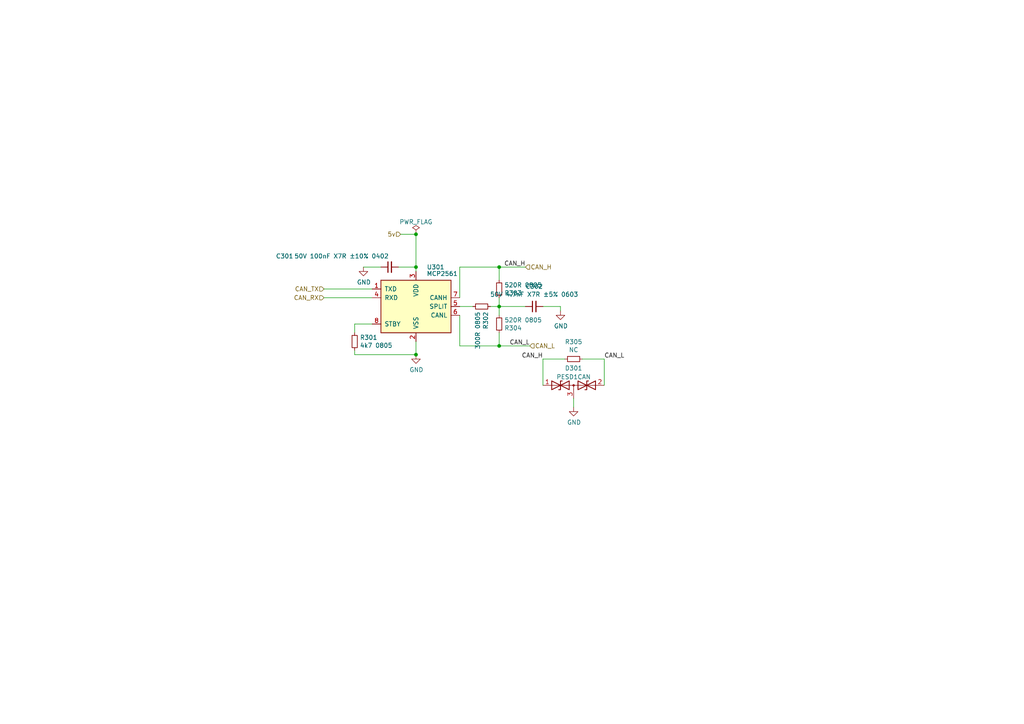
<source format=kicad_sch>
(kicad_sch (version 20250114) (generator "eeschema") (generator_version "9.0")
  (paper "A4")
  (lib_symbols
    (symbol "Device:C_Small" (pin_numbers (hide yes)) (pin_names (offset 0.254) (hide yes))
      (property "Reference" "C" (at 0.254 1.778 0))
      (property "Value" "C_Small" (at 0.254 -2.032 0))
      (symbol "C_Small_0_1"
        (polyline (pts (xy -1.524 0.508) (xy 1.524 0.508)) (stroke (width 0.3048)))
        (polyline (pts (xy -1.524 -0.508) (xy 1.524 -0.508)) (stroke (width 0.3302)))
      )
      (symbol "C_Small_1_1"
        (pin passive line (at 0 2.54 270) (length 2.032) (name "~") (number "1"))
        (pin passive line (at 0 -2.54 90) (length 2.032) (name "~") (number "2"))
      )
    )
    (symbol "Device:D_TVS_Dual_AAC" (pin_names (offset 1.016) (hide yes))
      (property "Reference" "D" (at 0 4.445 0))
      (property "Value" "D_TVS_Dual_AAC" (at 0 2.54 0))
      (symbol "D_TVS_Dual_AAC_0_0"
        (polyline (pts (xy 0 -1.27) (xy 0 0)))
      )
      (symbol "D_TVS_Dual_AAC_0_1"
        (polyline (pts (xy -6.35 1.27) (xy -1.27 -1.27) (xy -1.27 1.27) (xy -6.35 -1.27) (xy -6.35 1.27)) (stroke (width 0.254)))
        (polyline (pts (xy -6.35 0) (xy 6.35 0)))
        (polyline (pts (xy -3.302 1.27) (xy -3.81 1.27) (xy -3.81 -1.27) (xy -4.318 -1.27)) (stroke (width 0.254)))
        (circle (center 0 0) (radius 0.254) (fill (type outline)))
        (polyline (pts (xy 4.318 1.27) (xy 3.81 1.27) (xy 3.81 -1.27) (xy 3.302 -1.27)) (stroke (width 0.254)))
        (polyline (pts (xy 6.35 1.27) (xy 1.27 -1.27) (xy 1.27 1.27) (xy 6.35 -1.27) (xy 6.35 1.27)) (stroke (width 0.254)))
      )
      (symbol "D_TVS_Dual_AAC_1_1"
        (pin passive line (at -8.89 0 0) (length 2.54) (name "A1") (number "1"))
        (pin input line (at 0 -3.81 90) (length 2.54) (name "common") (number "3"))
        (pin passive line (at 8.89 0 180) (length 2.54) (name "A2") (number "2"))
      )
    )
    (symbol "Device:R_Small" (pin_numbers (hide yes)) (pin_names (offset 0.254) (hide yes))
      (property "Reference" "R" (at 0.762 0.508 0))
      (property "Value" "R_Small" (at 0.762 -1.016 0))
      (symbol "R_Small_0_1"
        (rectangle (start -0.762 1.778) (end 0.762 -1.778) (stroke (width 0.2032)))
      )
      (symbol "R_Small_1_1"
        (pin passive line (at 0 2.54 270) (length 0.762) (name "~") (number "1"))
        (pin passive line (at 0 -2.54 90) (length 0.762) (name "~") (number "2"))
      )
    )
    (symbol "Interface_CAN_LIN:MCP2561-E-SN" (pin_names (offset 1.016))
      (property "Reference" "U" (at -10.16 8.89 0))
      (property "Value" "MCP2561-E-SN" (at 2.54 8.89 0))
      (symbol "MCP2561-E-SN_0_1"
        (rectangle (start -10.16 7.62) (end 10.16 -7.62) (stroke (width 0.254)) (fill (type background)))
      )
      (symbol "MCP2561-E-SN_1_1"
        (pin input line (at -12.7 5.08 0) (length 2.54) (name "TXD") (number "1"))
        (pin output line (at -12.7 2.54 0) (length 2.54) (name "RXD") (number "4"))
        (pin input line (at -12.7 -5.08 0) (length 2.54) (name "STBY") (number "8"))
        (pin power_in line (at 0 10.16 270) (length 2.54) (name "VDD") (number "3"))
        (pin power_in line (at 0 -10.16 90) (length 2.54) (name "VSS") (number "2"))
        (pin bidirectional line (at 12.7 2.54 180) (length 2.54) (name "CANH") (number "7"))
        (pin passive line (at 12.7 0 180) (length 2.54) (name "SPLIT") (number "5"))
        (pin bidirectional line (at 12.7 -2.54 180) (length 2.54) (name "CANL") (number "6"))
      )
    )
    (symbol "power:GND" (power) (pin_names (offset 0))
      (property "Value" "GND" (at 0 -3.81 0))
      (symbol "GND_0_1"
        (polyline (pts (xy 0 0) (xy 0 -1.27) (xy 1.27 -1.27) (xy 0 -2.54) (xy -1.27 -1.27) (xy 0 -1.27)))
      )
      (symbol "GND_1_1"
        (pin power_in line (at 0 0 270) (length 0) (hide yes) (name "GND") (number "1"))
      )
    )
    (symbol "power:PWR_FLAG" (power) (pin_numbers (hide yes)) (pin_names (offset 0) (hide yes))
      (property "Value" "PWR_FLAG" (at 0 3.81 0))
      (symbol "PWR_FLAG_0_0"
        (pin power_out line (at 0 0 90) (length 0) (name "pwr") (number "1"))
      )
      (symbol "PWR_FLAG_0_1"
        (polyline (pts (xy 0 0) (xy 0 1.27) (xy -1.016 1.905) (xy 0 2.54) (xy 1.016 1.905) (xy 0 1.27)))
      )
    )
  )
  (junction (at 144.78 100.33))
  (junction (at 144.78 88.9))
  (junction (at 120.65 77.47))
  (junction (at 144.78 77.47))
  (junction (at 120.65 102.87))
  (junction (at 120.65 67.945))
  (wire (pts (xy 168.91 104.14) (xy 175.26 104.14)))
  (wire (pts (xy 133.35 77.47) (xy 133.35 86.36)))
  (wire (pts (xy 157.48 104.14) (xy 157.48 111.76)))
  (wire (pts (xy 162.56 88.9) (xy 157.48 88.9)))
  (wire (pts (xy 120.65 67.945) (xy 120.65 77.47)))
  (wire (pts (xy 102.87 101.6) (xy 102.87 102.87)))
  (wire (pts (xy 175.26 104.14) (xy 175.26 111.76)))
  (wire (pts (xy 163.83 104.14) (xy 157.48 104.14)))
  (wire (pts (xy 144.78 100.33) (xy 153.67 100.33)))
  (wire (pts (xy 144.78 91.44) (xy 144.78 88.9)))
  (wire (pts (xy 162.56 90.17) (xy 162.56 88.9)))
  (wire (pts (xy 144.78 88.9) (xy 144.78 86.36)))
  (wire (pts (xy 107.95 83.82) (xy 93.98 83.82)))
  (wire (pts (xy 152.4 88.9) (xy 144.78 88.9)))
  (wire (pts (xy 166.37 118.11) (xy 166.37 115.57)))
  (wire (pts (xy 133.35 77.47) (xy 144.78 77.47)))
  (wire (pts (xy 102.87 102.87) (xy 120.65 102.87)))
  (wire (pts (xy 116.205 67.945) (xy 120.65 67.945)))
  (wire (pts (xy 102.87 93.98) (xy 107.95 93.98)))
  (wire (pts (xy 120.65 102.87) (xy 120.65 99.06)))
  (wire (pts (xy 144.78 81.28) (xy 144.78 77.47)))
  (wire (pts (xy 105.41 77.47) (xy 110.49 77.47)))
  (wire (pts (xy 144.78 96.52) (xy 144.78 100.33)))
  (wire (pts (xy 144.78 77.47) (xy 152.4 77.47)))
  (wire (pts (xy 107.95 86.36) (xy 93.98 86.36)))
  (wire (pts (xy 120.65 77.47) (xy 120.65 78.74)))
  (wire (pts (xy 133.35 100.33) (xy 133.35 91.44)))
  (wire (pts (xy 137.16 88.9) (xy 133.35 88.9)))
  (wire (pts (xy 102.87 96.52) (xy 102.87 93.98)))
  (wire (pts (xy 142.24 88.9) (xy 144.78 88.9)))
  (wire (pts (xy 115.57 77.47) (xy 120.65 77.47)))
  (wire (pts (xy 133.35 100.33) (xy 144.78 100.33)))
  (label "CAN_H" (at 157.48 104.14 180))
  (label "CAN_L" (at 153.67 100.33 180))
  (label "CAN_H" (at 152.4 77.47 180))
  (label "CAN_L" (at 175.26 104.14 0))
  (hierarchical_label "CAN_RX" (shape input) (at 93.98 86.36 180))
  (hierarchical_label "CAN_TX" (shape input) (at 93.98 83.82 180))
  (hierarchical_label "CAN_L" (shape input) (at 153.67 100.33 0))
  (hierarchical_label "CAN_H" (shape input) (at 152.4 77.47 0))
  (hierarchical_label "5v" (shape input) (at 116.205 67.945 180))
  (symbol (lib_id "Device:D_TVS_Dual_AAC") (at 166.37 111.76 0) (unit 1)
    (property "Reference" "D301" (at 166.37 106.7902 0))
    (property "Value" "PESD1CAN" (at 166.37 109.3271 0))
    (property "Footprint" "Package_TO_SOT_SMD:SOT-23_Handsoldering" (effects (hide yes)))
  )
  (symbol (lib_id "Device:R_Small") (at 144.78 93.98 0) (mirror x) (unit 1)
    (property "Reference" "R304" (at 146.2786 95.1484 0) (effects (justify left)))
    (property "Value" "520R 0805" (at 146.2786 92.837 0) (effects (justify left)))
    (property "Footprint" "Resistor_SMD:R_0805_2012Metric_Pad1.20x1.40mm_HandSolder" (effects (hide yes)))
  )
  (symbol (lib_id "Device:C_Small") (at 154.94 88.9 90) (unit 1)
    (property "Reference" "C302" (at 154.94 83.0834 90))
    (property "Value" "50V 4.7nF X7R ±5% 0603" (at 154.94 85.3948 90))
    (property "Footprint" "Capacitor_SMD:C_0805_2012Metric_Pad1.18x1.45mm_HandSolder" (effects (hide yes)))
  )
  (symbol (lib_id "Interface_CAN_LIN:MCP2561-E-SN") (at 120.65 88.9 0) (unit 1)
    (property "Reference" "U301" (at 126.365 77.47 0))
    (property "Value" "MCP2561" (at 128.27 79.375 0))
    (property "Footprint" "Package_SO:SOIC-8_3.9x4.9mm_P1.27mm" (effects (hide yes)))
    (property "Datasheet" "http://ww1.microchip.com/downloads/en/DeviceDoc/25167A.pdf" (effects (hide yes)))
  )
  (symbol (lib_id "Device:R_Small") (at 144.78 83.82 0) (mirror x) (unit 1)
    (property "Reference" "R303" (at 146.2786 84.9884 0) (effects (justify left)))
    (property "Value" "520R 0805" (at 146.2786 82.677 0) (effects (justify left)))
    (property "Footprint" "Resistor_SMD:R_0805_2012Metric_Pad1.20x1.40mm_HandSolder" (effects (hide yes)))
  )
  (symbol (lib_id "power:GND") (at 162.56 90.17 0) (unit 1)
    (property "Reference" "#PWR0303" (effects (hide yes)))
    (property "Value" "GND" (at 162.687 94.5642 0))
  )
  (symbol (lib_id "power:PWR_FLAG") (at 120.65 67.945 0) (unit 1)
    (property "Reference" "#FLG0301" (effects (hide yes)))
    (property "Value" "PWR_FLAG" (at 120.65 64.3692 0))
  )
  (symbol (lib_id "Device:C_Small") (at 113.03 77.47 90) (unit 1)
    (property "Reference" "C301" (at 82.55 74.295 90))
    (property "Value" "50V 100nF X7R ±10% 0402" (at 99.06 74.295 90))
    (property "Footprint" "Capacitor_SMD:C_0805_2012Metric_Pad1.18x1.45mm_HandSolder" (effects (hide yes)))
    (property "Datasheet" "https://lcsc.com/product-detail/Multilayer-Ceramic-Capacitors-MLCC-SMD-SMT_Murata-Electronics-GRM155R71H104KE14D_C77020.html" (effects (hide yes)))
  )
  (symbol (lib_id "Device:R_Small") (at 102.87 99.06 0) (unit 1)
    (property "Reference" "R301" (at 104.3686 97.8916 0) (effects (justify left)))
    (property "Value" "4k7 0805" (at 104.3686 100.203 0) (effects (justify left)))
    (property "Footprint" "Resistor_SMD:R_0805_2012Metric_Pad1.20x1.40mm_HandSolder" (effects (hide yes)))
  )
  (symbol (lib_id "Device:R_Small") (at 139.7 88.9 270) (unit 1)
    (property "Reference" "R302" (at 140.8684 90.3986 0) (effects (justify left)))
    (property "Value" "300R 0805" (at 138.557 90.3986 0) (effects (justify left)))
    (property "Footprint" "Resistor_SMD:R_0805_2012Metric_Pad1.20x1.40mm_HandSolder" (effects (hide yes)))
  )
  (symbol (lib_id "Device:R_Small") (at 166.37 104.14 270) (unit 1)
    (property "Reference" "R305" (at 166.37 99.1616 90))
    (property "Value" "NC" (at 166.37 101.473 90))
    (property "Footprint" "Resistor_SMD:R_0805_2012Metric_Pad1.20x1.40mm_HandSolder" (effects (hide yes)))
  )
  (symbol (lib_id "power:GND") (at 120.65 102.87 0) (unit 1)
    (property "Reference" "#PWR0302" (effects (hide yes)))
    (property "Value" "GND" (at 120.777 107.2642 0))
  )
  (symbol (lib_id "power:GND") (at 105.41 77.47 0) (unit 1)
    (property "Reference" "#PWR0301" (effects (hide yes)))
    (property "Value" "GND" (at 105.537 81.8642 0))
  )
  (symbol (lib_id "power:GND") (at 166.37 118.11 0) (unit 1)
    (property "Reference" "#PWR0304" (effects (hide yes)))
    (property "Value" "GND" (at 166.497 122.5042 0))
  )
)
</source>
